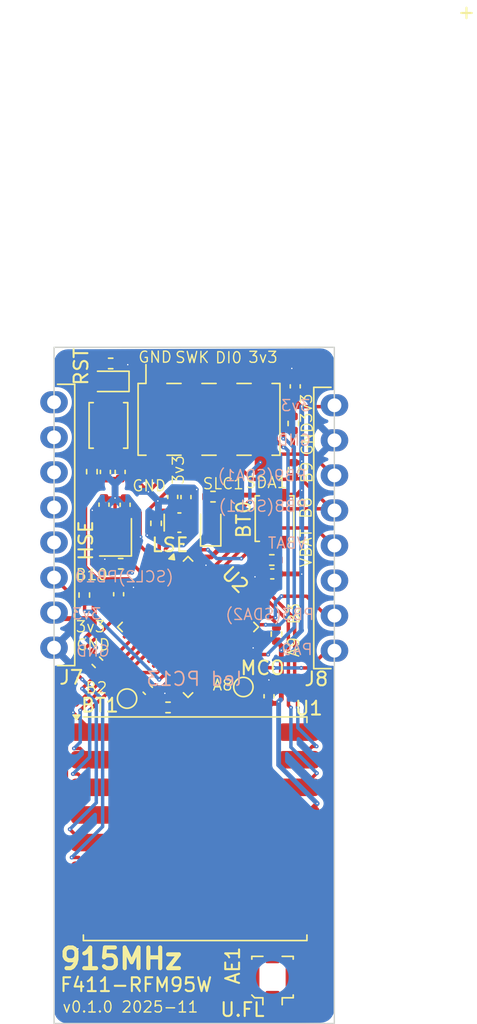
<source format=kicad_pcb>
(kicad_pcb (version 20241229) (generator "pcbnew") (generator_version "9.0")
  (title_block (date "2023-06-04"))
  (layers (0 "F.Cu" signal) (2 "B.Cu" signal) (13 "F.Paste" user) (15 "B.Paste" user) (5 "F.SilkS" user "F.Silkscreen") (7 "B.SilkS" user "B.Silkscreen") (1 "F.Mask" user) (3 "B.Mask" user) (25 "Edge.Cuts" user))
  (net 0 "")
  (net 1 "+3V3")
  (net 2 "GND")
  (net 3 "MOSI")
  (net 4 "RESET")
  (net 5 "NSS")
  (net 6 "SCK")
  (net 7 "MISO")
  (net 8 "Net-(AE1-A)")
  (net 9 "Net-(U2-NRST)")
  (net 10 "Net-(U2-VCAP1)")
  (net 11 "Net-(U2-VDDA{slash}VREF+)")
  (net 12 "Net-(C9-Pad2)")
  (net 13 "Net-(C11-Pad2)")
  (net 14 "Net-(D1-K)")
  (net 15 "Net-(D2-K)")
  (net 16 "Net-(D2-A)")
  (net 17 "DIO1")
  (net 18 "DIO0")
  (net 19 "GND_ANT")
  (net 20 "Net-(U2-BOOT0)")
  (net 21 "Net-(U2-PB2)")
  (net 22 "GND_HSE")
  (net 23 "Net-(U2-PA8)")
  (net 24 "PH0_OSC_IN")
  (net 25 "PC14_OSC32_IN")
  (net 26 "GND_LSE")
  (net 29 "VBAT")
  (net 34 "/f411/SWDIO")
  (net 35 "SDA1")
  (net 36 "SCL1")
  (net 37 "/f411/SWCLK")
  (net 40 "SCL2")
  (net 41 "PC15_OSC32_OUT")
  (net 42 "PH1_OSC_OUT")
  (net 43 "SDA2")
  (net 44 "PA9")
  (footprint "ProjectLib:R_0402_1005Metric" (layer "F.Cu") (at 66.96 55.12 -90)
    (property "Reference" "R9" (hide yes))
    (property "Value" "10k 1%" (hide yes))
  )
  (footprint "ProjectLib:C_0402_1005Metric" (layer "F.Cu") (at 53.318657 55.280389 90)
    (property "Reference" "C5" (hide yes))
    (property "Value" "100nF" (hide yes))
  )
  (footprint "ProjectLib:U.FL_Molex_MCRF_73412-0110_Vertical" (layer "F.Cu") (at 65.431019 91.876138 180)
    (property "Reference" "AE1")
    (property "Value" "U.FL")
  )
  (footprint "ProjectLib:R_0402_1005Metric" (layer "F.Cu") (at 66.94 51.77 -90)
    (property "Reference" "R10" (hide yes))
    (property "Value" "10k 1%" (hide yes))
  )
  (footprint "ProjectLib:C_0402_1005Metric" (layer "F.Cu") (at 56.388657 71.060389 -45)
    (property "Reference" "C6" (hide yes))
    (property "Value" "4.7µF")
  )
  (footprint "ProjectLib:Crystal_SMD_MicroCrystal_CM9V-T1A-2Pin_1.6x1.0mm" (layer "F.Cu") (at 58.681804 58.952596)
    (property "Reference" "Y1" (hide yes))
    (property "Value" "32.758kHz" (hide yes))
  )
  (footprint "ProjectLib:R_0402_1005Metric" (layer "F.Cu") (at 65.378657 61.660389)
    (property "Reference" "R6" (hide yes))
    (property "Value" "10k 1%" (hide yes))
  )
  (footprint "ProjectLib:R_0402_1005Metric" (layer "F.Cu") (at 52.738657 69.070389 -45)
    (property "Reference" "R3" (hide yes))
    (property "Value" "10k 1%" (hide yes))
  )
  (footprint "ProjectLib:R_0402_1005Metric" (layer "F.Cu") (at 54.428657 61.930389 180)
    (property "Reference" "R12" (hide yes))
    (property "Value" "634  1%" (hide yes))
  )
  (footprint "ProjectLib:R_0402_1005Metric" (layer "F.Cu") (at 61.118657 57.070389 180)
    (property "Reference" "R5" (hide yes))
    (property "Value" "280 1%" (hide yes))
  )
  (footprint "ProjectLib:C_0402_1005Metric" (layer "F.Cu") (at 65.178657 71.530389 90)
    (property "Reference" "C3" (hide yes))
    (property "Value" "100nF" (hide yes))
  )
  (footprint "ProjectLib:C_0402_1005Metric" (layer "F.Cu") (at 59.158657 57.100389 -90)
    (property "Reference" "C8" (hide yes))
    (property "Value" "4pF C0G, NP0, +/- 0.1pF" (hide yes))
  )
  (footprint "ProjectLib:R_0402_1005Metric" (layer "F.Cu") (at 52.338657 55.260389 -90)
    (property "Reference" "R7" (hide yes))
    (property "Value" "10k 1%" (hide yes))
  )
  (footprint "ProjectLib:C_0402_1005Metric" (layer "F.Cu") (at 54.388657 55.280389 -90)
    (property "Reference" "C1" (hide yes))
    (property "Value" "1µF" (hide yes))
  )
  (footprint "ProjectLib:castellated_1x08_P2.54mm" (layer "F.Cu") (at 49.596157 59.120389 90)
    (property "Reference" "J7")
    (property "Value" "castellated_1x08_P2.54")
  )
  (footprint "ProjectLib:C_0402_1005Metric" (layer "F.Cu") (at 54.748657 57.660389 -90)
    (property "Reference" "C10" (hide yes))
    (property "Value" "10pF C0G, NP0, +/- 0.1pF" (hide yes))
  )
  (footprint "ProjectLib:HOPERF_RFM9XW_SMD" (layer "F.Cu") (at 59.823657 81.130389)
    (property "Reference" "U1")
    (property "Value" "RFM95W-915S2")
  )
  (footprint "ProjectLib:C_0402_1005Metric" (layer "F.Cu") (at 58.198657 57.090389 -90)
    (property "Reference" "C9" (hide yes))
    (property "Value" "4pF C0G, NP0, +/- 0.1pF" (hide yes))
  )
  (footprint "ProjectLib:QFN-48-1EP_7x7mm_P0.5mm_EP5.6x5.6mm" (layer "F.Cu") (at 59.308708 66.51049 -45)
    (property "Reference" "U2")
    (property "Value" "STM32F411CEU6")
  )
  (footprint "ProjectLib:R_0402_1005Metric" (layer "F.Cu") (at 56.991818 59.002095 90)
    (property "Reference" "R11" (hide yes))
    (property "Value" "0" (hide yes))
  )
  (footprint "ProjectLib:TestPoint_Pad_D1.0mm" (layer "F.Cu") (at 63.318657 70.860389)
    (property "Reference" "TP2" (hide yes))
    (property "Value" "MCO" (hide yes))
  )
  (footprint "ProjectLib:Crystal_SMD_2016-4Pin_2.0x1.6mm" (layer "F.Cu") (at 54.054605 60.018761 90)
    (property "Reference" "Y2" (hide yes))
    (property "Value" "25MHz")
  )
  (footprint "ProjectLib:PinSocket_2x04_P2.54mm_Vertical_SMD" (layer "F.Cu") (at 60.828657 51.470389 90)
    (property "Reference" "J9" (hide yes))
    (property "Value" "Conn_02x04_Top_Bottom" (hide yes))
  )
  (footprint "ProjectLib:C_0402_1005Metric" (layer "F.Cu") (at 65.41 62.67 180)
    (property "Reference" "C4" (hide yes))
    (property "Value" "100nF" (hide yes))
  )
  (footprint "ProjectLib:R_0402_1005Metric" (layer "F.Cu") (at 53.700821 47.42103)
    (property "Reference" "R4" (hide yes))
    (property "Value" "715 1%" (hide yes))
  )
  (footprint "ProjectLib:LED_0603_1608Metric" (layer "F.Cu") (at 53.548657 48.720389 180)
    (property "Reference" "D1" (hide yes))
    (property "Value" "red 2ma 1.8Vf" (hide yes))
  )
  (footprint "ProjectLib:LED_0603_1608Metric" (layer "F.Cu") (at 60.948657 59.157889 90)
    (property "Reference" "D2" (hide yes))
    (property "Value" "blue 2ma 2.65Vf" (hide yes))
  )
  (footprint "ProjectLib:R_0402_1005Metric" (layer "F.Cu") (at 57.858657 72.340389)
    (property "Reference" "R8" (hide yes))
    (property "Value" "10k 1%" (hide yes))
  )
  (footprint "ProjectLib:L_0402_1005Metric" (layer "F.Cu") (at 53.258657 64.180389 90)
    (property "Reference" "L1" (hide yes))
    (property "Value" "2.2uH" (hide yes))
  )
  (footprint "ProjectLib:castellated_1x08_P2.54mm" (layer "F.Cu") (at 69.92 59.34 -90)
    (property "Reference" "J8")
    (property "Value" "castellated_1x08_P2.54")
  )
  (footprint "ProjectLib:R_0402_1005Metric" (layer "F.Cu") (at 51.79 64.2 -90)
    (property "Reference" "R1" (hide yes))
    (property "Value" "10k 1%" (hide yes))
  )
  (footprint "ProjectLib:SW_SPST_B3U-1000P" (layer "F.Cu") (at 65.578657 58.660389 -90)
    (property "Reference" "SW1" (hide yes))
    (property "Value" "SW_Push" (hide yes))
  )
  (footprint "ProjectLib:C_0402_1005Metric" (layer "F.Cu") (at 53.218657 57.650389 -90)
    (property "Reference" "C11" (hide yes))
    (property "Value" "10pF C0G, NP0, +/- 0.1pF" (hide yes))
  )
  (footprint "ProjectLib:C_0402_1005Metric" (layer "F.Cu") (at 54.278657 64.140389 90)
    (property "Reference" "C7" (hide yes))
    (property "Value" "100nF" (hide yes))
  )
  (footprint "ProjectLib:R_0402_1005Metric" (layer "F.Cu") (at 65.718657 67.030389 -90)
    (property "Reference" "R2" (hide yes))
    (property "Value" "10k 1%" (hide yes))
  )
  (footprint "ProjectLib:C_0402_1005Metric" (layer "F.Cu") (at 67.078657 49.080389 90)
    (property "Reference" "C2" (hide yes))
    (property "Value" "100nF" (hide yes))
  )
  (footprint "ProjectLib:SW_SPST_B3U-1000P" (layer "F.Cu") (at 53.538657 51.910389 -90)
    (property "Reference" "SW2" (hide yes))
    (property "Value" "SW_Push" (hide yes))
  )
  (footprint "ProjectLib:TestPoint_Pad_D1.0mm" (layer "F.Cu") (at 54.888657 71.700389)
    (property "Reference" "TP1" (hide yes))
    (property "Value" "BT1  b2" (hide yes))
  )
  (footprint "ProjectLib:NetTie-2_SMD_Pad0.5mm" (layer "B.Cu") (at 56.808657 57.040389 -45)
    (property "Reference" "NT1" (hide yes))
    (property "Value" "NetTie_2" (hide yes))
  )
  (footprint "ProjectLib:NetTie-2_SMD_Pad0.5mm" (layer "B.Cu") (at 54.018657 56.670389 -90)
    (property "Reference" "NT2" (hide yes))
    (property "Value" "NetTie_2" (hide yes))
  )
  (gr_rect (start 49.598657 46.250389) (end 69.908657 95.240389) (stroke (width 0.1)) (fill no) (layer "Edge.Cuts"))
  (gr_text "A8" (at 61.028657 71.180389 0) (layer "F.SilkS") (effects (font (size 0.8 0.8) (thickness 0.1)) (justify left bottom)))
  (gr_text "B8" (at 68.33 58.73 90) (layer "F.SilkS") (effects (font (size 0.8 0.8) (thickness 0.1)) (justify left bottom)))
  (gr_text "3v3" (at 51.108657 66.960389 0) (layer "F.SilkS") (effects (font (size 0.8 0.8) (thickness 0.1)) (justify left bottom)))
  (gr_text "915MHz" (at 49.878657 91.430389 0) (layer "F.SilkS") (effects (font (size 1.5 1.5) (thickness 0.3) (bold yes)) (justify left bottom)))
  (gr_text "VBAT" (at 68.34 62.25 90) (layer "F.SilkS") (effects (font (size 0.8 0.8) (thickness 0.1)) (justify left bottom)))
  (gr_text "v0.1.0 2025-11" (at 50.15 94.51 0) (layer "F.SilkS") (effects (font (size 0.8 0.8) (thickness 0.1)) (justify left bottom)))
  (gr_text "B9" (at 68.39 56.16 90) (layer "F.SilkS") (effects (font (size 0.8 0.8) (thickness 0.1)) (justify left bottom)))
  (gr_text "B3" (at 67.46 66.39 90) (layer "F.SilkS") (effects (font (size 0.8 0.8) (thickness 0.1)) (justify left bottom)))
  (gr_text "F411-RFM95W" (at 49.948657 93.020389 0) (layer "F.SilkS") (effects (font (size 1 1)) (justify left bottom)))
  (gr_text "GND" (at 51.148657 68.270389 0) (layer "F.SilkS") (effects (font (size 0.8 0.8) (thickness 0.1)) (justify left bottom)))
  (gr_text "GND" (at 68.41 54.17 90) (layer "F.SilkS") (effects (font (size 0.8 0.8) (thickness 0.1)) (justify left bottom)))
  (gr_text "DI0" (at 61.208657 47.470389 0) (layer "F.SilkS") (effects (font (size 0.8 0.8) (thickness 0.1)) (justify left bottom)))
  (gr_text "3v3" (at 59.068657 56.270389 90) (layer "F.SilkS") (effects (font (size 0.8 0.8) (thickness 0.1)) (justify left bottom)))
  (gr_text "3v3" (at 68.36 51.8 90) (layer "F.SilkS") (effects (font (size 0.8 0.8) (thickness 0.1)) (justify left bottom)))
  (gr_text "SLC1" (at 60.308657 56.600389 0) (layer "F.SilkS") (effects (font (size 0.8 0.8) (thickness 0.1)) (justify left bottom)))
  (gr_text "A9" (at 67.43 68.76 90) (layer "F.SilkS") (effects (font (size 0.8 0.8) (thickness 0.1)) (justify left bottom)))
  (gr_text "3v3" (at 63.608657 47.440389 0) (layer "F.SilkS") (effects (font (size 0.8 0.8) (thickness 0.1)) (justify left bottom)))
  (gr_text "GND" (at 55.208657 56.750389 0) (layer "F.SilkS") (effects (font (size 0.8 0.8) (thickness 0.1)) (justify left bottom)))
  (gr_text "B10" (at 51.098657 63.190389 0) (layer "F.SilkS") (effects (font (size 0.8 0.8) (thickness 0.1)) (justify left bottom)))
  (gr_text "+" (at 78.77 22.54 0) (layer "F.SilkS") (effects (font (size 1 1)) (justify left bottom)))
  (gr_text "SDA1" (at 63.427232 56.514068 0) (layer "F.SilkS") (effects (font (size 0.8 0.8) (thickness 0.1)) (justify left bottom)))
  (gr_text "SWK" (at 58.308657 47.450389 0) (layer "F.SilkS") (effects (font (size 0.8 0.8) (thickness 0.1)) (justify left bottom)))
  (gr_text "GND" (at 55.638657 47.430389 0) (layer "F.SilkS") (effects (font (size 0.8 0.8) (thickness 0.1)) (justify left bottom)))
  (gr_text "3v3" (at 68.23 50.94 0) (layer "B.SilkS") (effects (font (size 0.8 0.8) (thickness 0.1)) (justify left bottom mirror)))
  (gr_text "GND" (at 68.28 53.44 0) (layer "B.SilkS") (effects (font (size 0.8 0.8) (thickness 0.1)) (justify left bottom mirror)))
  (gr_text "GND" (at 53.7 68.72 0) (layer "B.SilkS") (effects (font (size 0.8 0.8) (thickness 0.1)) (justify left bottom mirror)))
  (gr_text "PA9" (at 68.4 68.61 0) (layer "B.SilkS") (effects (font (size 0.8 0.8) (thickness 0.1)) (justify left bottom mirror)))
  (gr_text "(SCL2)PB10" (at 58.33 63.34 0) (layer "B.SilkS") (effects (font (size 0.8 0.8) (thickness 0.1)) (justify left bottom mirror)))
  (gr_text "PB8(SCL1)" (at 67.99 58.23 0) (layer "B.SilkS") (effects (font (size 0.8 0.8) (thickness 0.1)) (justify left bottom mirror)))
  (gr_text "PB9(SDA1)" (at 67.96 56.01 0) (layer "B.SilkS") (effects (font (size 0.8 0.8) (thickness 0.1)) (justify left bottom mirror)))
  (gr_text "PB3(SDA2)" (at 68.52 66.07 0) (layer "B.SilkS") (effects (font (size 0.8 0.8) (thickness 0.1)) (justify left bottom mirror)))
  (gr_text "3v3" (at 53.08 66.03 0) (layer "B.SilkS") (effects (font (size 0.8 0.8) (thickness 0.1)) (justify left bottom mirror)))
  (gr_text "VBAT" (at 67.94 60.9 0) (layer "B.SilkS") (effects (font (size 0.8 0.8) (thickness 0.1)) (justify left bottom mirror)))
  (gr_text "led PC13" (at 63.318657 70.860389 0) (layer "B.SilkS") (effects (font (size 1 1)) (justify left bottom mirror)))
  (segment (start 60.489189 61.440922) (end 60.489189 61.440921) (width 0.25) (layer "F.Cu") (net 1))
  (segment (start 51.925603 54.75039) (end 51.375604 55.300389) (width 0.35) (layer "F.Cu") (net 1))
  (segment (start 52.312657 49.168889) (end 52.312657 51.036389) (width 0.35) (layer "F.Cu") (net 1))
  (segment (start 61.628657 57.070389) (end 61.628657 56.060389) (width 0.35) (layer "F.Cu") (net 1))
  (segment (start 52.761157 48.720389) (end 52.312657 49.168889) (width 0.35) (layer "F.Cu") (net 1))
  (segment (start 62.651157 59.778421) (end 62.651157 56.347889) (width 0.35) (layer "F.Cu") (net 1))
  (segment (start 62.651157 56.347889) (end 63.263657 56.960389) (width 0.35) (layer "F.Cu") (net 1))
  (segment (start 52.338657 54.404794) (end 52.338657 54.75039) (width 0.35) (layer "F.Cu") (net 1))
  (segment (start 59.498657 72.010389) (end 58.822572 71.334304) (width 0.35) (layer "F.Cu") (net 1))
  (segment (start 53.258657 63.695389) (end 52.553657 63.695389) (width 0.35) (layer "F.Cu") (net 1))
  (segment (start 51.375604 62.530389) (end 51.375604 55.300389) (width 0.35) (layer "F.Cu") (net 1))
  (segment (start 67.437183 54.61) (end 67.547183 54.5) (width 0.35) (layer "F.Cu") (net 1))
  (segment (start 52.378033 68.709765) (end 52.378033 68.249535) (width 0.35) (layer "F.Cu") (net 1))
  (segment (start 67.547183 50.550389) (end 68.969611 50.550389) (width 0.25) (layer "F.Cu") (net 1))
  (segment (start 51.885604 63.040389) (end 51.375604 62.530389) (width 0.35) (layer "F.Cu") (net 1))
  (segment (start 59.498657 72.046389) (end 59.498657 72.010389) (width 0.35) (layer "F.Cu") (net 1))
  (segment (start 52.515595 66.687327) (end 52.515595 65.91) (width 0.35) (layer "F.Cu") (net 1))
  (segment (start 52.498657 65.503451) (end 52.515595 65.520389) (width 0.35) (layer "F.Cu") (net 1))
  (segment (start 66.94 51.26) (end 66.94 50.570389) (width 0.35) (layer "F.Cu") (net 1))
  (segment (start 51.895595 67.307327) (end 52.515595 66.687327) (width 0.35) (layer "F.Cu") (net 1))
  (segment (start 66.94 50.570389) (end 66.92 50.550389) (width 0.35) (layer "F.Cu") (net 1))
  (segment (start 55.358657 51.634389) (end 55.358657 53.830389) (width 0.35) (layer "F.Cu") (net 1))
  (segment (start 65.89 62.67) (end 67.537183 62.67) (width 0.35) (layer "F.Cu") (net 1))
  (segment (start 50.031768 65.906) (end 52.511595 65.906) (width 0.35) (layer "F.Cu") (net 1))
  (segment (start 66.068657 71.738389) (end 65.874657 71.932389) (width 0.35) (layer "F.Cu") (net 1))
  (segment (start 51.81 63.68) (end 51.81 63.6) (width 0.35) (layer "F.Cu") (net 1))
  (segment (start 55.358657 51.634389) (end 57.937657 51.634389) (width 0.35) (layer "F.Cu") (net 1))
  (segment (start 51.898657 63.040389) (end 51.885604 63.040389) (width 0.35) (layer "F.Cu") (net 1))
  (segment (start 49.774657 65.470389) (end 49.774657 65.648889) (width 0.35) (layer "F.Cu") (net 1))
  (segment (start 65.874657 71.932389) (end 65.760657 72.046389) (width 0.35) (layer "F.Cu") (net 1))
  (segment (start 64.638657 49.170389) (end 66.018657 50.550389) (width 0.35) (layer "F.Cu") (net 1))
  (segment (start 67.078657 50.081863) (end 67.547183 50.550389) (width 0.25) (layer "F.Cu") (net 1))
  (segment (start 65.760657 72.046389) (end 59.498657 72.046389) (width 0.35) (layer "F.Cu") (net 1))
  (segment (start 55.358657 53.830389) (end 54.388657 54.800389) (width 0.35) (layer "F.Cu") (net 1))
  (segment (start 67.537183 62.67) (end 67.547183 62.68) (width 0.35) (layer "F.Cu") (net 1))
  (segment (start 52.312657 54.378794) (end 52.338657 54.404794) (width 0.35) (layer "F.Cu") (net 1))
  (segment (start 52.515595 65.91) (end 52.515595 65.520389) (width 0.35) (layer "F.Cu") (net 1))
  (segment (start 52.134134 63.275866) (end 52.498657 63.640389) (width 0.35) (layer "F.Cu") (net 1))
  (segment (start 65.578657 56.960389) (end 67.197183 56.960389) (width 0.35) (layer "F.Cu") (net 1))
  (segment (start 52.378033 68.249535) (end 52.612918 68.01465) (width 0.35) (layer "F.Cu") (net 1))
  (segment (start 49.774657 65.648889) (end 50.031768 65.906) (width 0.35) (layer "F.Cu") (net 1))
  (segment (start 52.511595 65.906) (end 52.515595 65.91) (width 0.35) (layer "F.Cu") (net 1))
  (segment (start 63.263657 56.960389) (end 65.578657 56.960389) (width 0.35) (layer "F.Cu") (net 1))
  (segment (start 52.312657 52.232389) (end 52.312657 54.378794) (width 0.35) (layer "F.Cu") (net 1))
  (segment (start 52.553657 63.695389) (end 52.498657 63.640389) (width 0.35) (layer "F.Cu") (net 1))
  (segment (start 52.312657 51.036389) (end 52.910657 51.634389) (width 0.35) (layer "F.Cu") (net 1))
  (segment (start 51.898657 63.040389) (end 52.134134 63.275866) (width 0.35) (layer "F.Cu") (net 1))
  (segment (start 67.078657 49.560389) (end 67.078657 50.081863) (width 0.25) (layer "F.Cu") (net 1))
  (segment (start 65.174894 66.996626) (end 65.718657 67.540389) (width 0.25) (layer "F.Cu") (net 1))
  (segment (start 63.683931 66.996626) (end 65.174894 66.996626) (width 0.25) (layer "F.Cu") (net 1))
  (segment (start 59.794844 62.135267) (end 60.489189 61.440922) (width 0.25) (layer "F.Cu") (net 1))
  (segment (start 66.018657 50.550389) (end 66.92 50.550389) (width 0.35) (layer "F.Cu") (net 1))
  (segment (start 59.558657 53.255389) (end 57.937657 51.634389) (width 0.35) (layer "F.Cu") (net 1))
  (segment (start 61.628657 56.060389) (end 59.558657 53.990389) (width 0.35) (layer "F.Cu") (net 1))
  (segment (start 62.363657 56.060389) (end 61.628657 56.060389) (width 0.35) (layer "F.Cu") (net 1))
  (segment (start 67.197183 56.960389) (end 67.547183 56.610389) (width 0.35) (layer "F.Cu") (net 1))
  (segment (start 66.068657 67.890389) (end 65.718657 67.540389) (width 0.35) (layer "F.Cu") (net 1))
  (segment (start 52.910657 51.634389) (end 52.312657 52.232389) (width 0.35) (layer "F.Cu") (net 1))
  (segment (start 51.81 63.6) (end 52.134134 63.275866) (width 0.35) (layer "F.Cu") (net 1))
  (segment (start 68.969611 50.550389) (end 69.19 50.33) (width 0.25) (layer "F.Cu") (net 1))
  (segment (start 67.744415 80.220389) (end 68.666536 79.298268) (width 0.35) (layer "F.Cu") (net 1))
  (segment (start 66.068657 68.200389) (end 66.068657 71.738389) (width 0.35) (layer "F.Cu") (net 1))
  (segment (start 60.988657 61.440921) (end 60.489189 61.440921) (width 0.35) (layer "F.Cu") (net 1))
  (segment (start 63.263657 56.960389) (end 62.363657 56.060389) (width 0.35) (layer "F.Cu") (net 1))
  (segment (start 66.92 50.550389) (end 67.547183 50.550389) (width 0.35) (layer "F.Cu") (net 1))
  (segment (start 52.338657 54.75039) (end 51.925603 54.75039) (width 0.35) (layer "F.Cu") (net 1))
  (segment (start 66.96 54.61) (end 67.437183 54.61) (width 0.35) (layer "F.Cu") (net 1))
  (segment (start 52.498657 63.640389) (end 52.498657 65.503451) (width 0.35) (layer "F.Cu") (net 1))
  (segment (start 52.910657 51.634389) (end 55.358657 51.634389) (width 0.35) (layer "F.Cu") (net 1))
  (segment (start 60.988657 61.440921) (end 62.651157 59.778421) (width 0.35) (layer "F.Cu") (net 1))
  (segment (start 66.068657 68.200389) (end 66.068657 67.890389) (width 0.35) (layer "F.Cu") (net 1))
  (segment (start 58.822572 71.334304) (end 58.822572 70.885713) (width 0.35) (layer "F.Cu") (net 1))
  (via micro (at 65.874657 71.932389) (size 0.3) (drill 0.1) (layers "F.Cu" "B.Cu") (net 1))
  (via micro (at 67.547183 54.5) (size 0.3) (drill 0.1) (layers "F.Cu" "B.Cu") (net 1))
  (via micro (at 67.547183 50.550389) (size 0.3) (drill 0.1) (layers "F.Cu" "B.Cu") (net 1))
  (via micro (at 67.547183 56.610389) (size 0.3) (drill 0.1) (layers "F.Cu" "B.Cu") (net 1))
  (via micro (at 68.666536 79.298268) (size 0.3) (drill 0.1) (layers "F.Cu" "B.Cu") (net 1))
  (via micro (at 52.608657 68.010389) (size 0.3) (drill 0.1) (layers "F.Cu" "B.Cu") (net 1))
  (via micro (at 51.895595 67.307327) (size 0.3) (drill 0.1) (layers "F.Cu" "B.Cu") (net 1))
  (via micro (at 67.547183 62.68) (size 0.3) (drill 0.1) (layers "F.Cu" "B.Cu") (net 1))
  (via micro (at 66.068657 68.200389) (size 0.3) (drill 0.1) (layers "F.Cu" "B.Cu") (net 1))
  (segment (start 67.547183 50.550389) (end 67.547183 52.090389) (width 0.35) (layer "B.Cu") (net 1))
  (segment (start 67.547183 56.610389) (end 67.547183 61.940389) (width 0.35) (layer "B.Cu") (net 1))
  (segment (start 65.874657 76.506389) (end 68.666536 79.298268) (width 0.35) (layer "B.Cu") (net 1))
  (segment (start 67.505657 65.521915) (end 67.505657 66.730389) (width 0.35) (layer "B.Cu") (net 1))
  (segment (start 65.874657 71.932389) (end 65.874657 76.506389) (width 0.35) (layer "B.Cu") (net 1))
  (segment (start 66.016657 71.790389) (end 65.874657 71.932389) (width 0.35) (layer "B.Cu") (net 1))
  (segment (start 52.608657 68.010389) (end 52.598657 68.010389) (width 0.35) (layer "B.Cu") (net 1))
  (segment (start 67.547183 54.760389) (end 67.547183 56.610389) (width 0.35) (layer "B.Cu") (net 1))
  (segment (start 67.505657 66.730389) (end 67.535657 66.760389) (width 0.35) (layer "B.Cu") (net 1))
  (segment (start 66.095657 68.200389) (end 67.535657 66.760389) (width 0.35) (layer "B.Cu") (net 1))
  (segment (start 67.547183 52.090389) (end 67.547183 54.180389) (width 0.35) (layer "B.Cu") (net 1))
  (segment (start 67.547183 54.180389) (end 67.547183 54.5) (width 0.35) (layer "B.Cu") (net 1))
  (segment (start 67.547183 62.68) (end 67.547183 65.480389) (width 0.35) (layer "B.Cu") (net 1))
  (segment (start 67.547183 54.5) (end 67.547183 54.760389) (width 0.35) (layer "B.Cu") (net 1))
  (segment (start 67.547183 61.940389) (end 67.547183 62.68) (width 0.35) (layer "B.Cu") (net 1))
  (segment (start 66.068657 68.200389) (end 66.095657 68.200389) (width 0.35) (layer "B.Cu") (net 1))
  (segment (start 52.598657 68.010389) (end 51.895595 67.307327) (width 0.35) (layer "B.Cu") (net 1))
  (segment (start 67.547183 65.480389) (end 67.505657 65.521915) (width 0.35) (layer "B.Cu") (net 1))
  (segment (start 63.348447 67.350179) (end 64.028657 68.030389) (width 0.25) (layer "F.Cu") (net 2))
  (segment (start 57.628657 71.320389) (end 56.608657 71.320389) (width 0.25) (layer "F.Cu") (net 2))
  (segment (start 65.178657 70.360389) (end 65.168657 70.350389) (width 0.25) (layer "F.Cu") (net 2))
  (segment (start 57.628657 71.320389) (end 57.628657 71.600389) (width 0.25) (layer "F.Cu") (net 2))
  (segment (start 54.188657 47.510389) (end 54.938657 47.510389) (width 0.25) (layer "F.Cu") (net 2))
  (segment (start 63.330378 67.350179) (end 62.490689 66.51049) (width 0.25) (layer "F.Cu") (net 2))
  (segment (start 52.298657 88.130389) (end 52.298657 88.860389) (width 0.25) (layer "F.Cu") (net 2))
  (segment (start 54.668657 55.740389) (end 54.688657 55.760389) (width 0.25) (layer "F.Cu") (net 2))
  (segment (start 52.298657 74.130389) (end 52.298657 74.031389) (width 0.25) (layer "F.Cu") (net 2))
  (segment (start 57.018657 56.140389) (end 56.438657 56.720389) (width 0.25) (layer "F.Cu") (net 2))
  (segment (start 53.538657 50.210389) (end 55.758657 50.210389) (width 0.25) (layer "F.Cu") (net 2))
  (segment (start 52.298657 88.860389) (end 51.328657 89.830389) (width 0.25) (layer "F.Cu") (net 2))
  (segment (start 67.078657 48.030389) (end 66.828657 47.780389) (width 0.25) (layer "F.Cu") (net 2))
  (segment (start 56.347698 64.610141) (end 55.568301 63.830745) (width 0.25) (layer "F.Cu") (net 2))
  (segment (start 55.758657 50.210389) (end 57.018657 48.950389) (width 0.25) (layer "F.Cu") (net 2))
  (segment (start 54.938657 47.510389) (end 55.578657 47.510389) (width 0.25) (layer "F.Cu") (net 2))
  (segment (start 65.178657 71.050389) (end 65.178657 70.360389) (width 0.25) (layer "F.Cu") (net 2))
  (segment (start 58.469019 70.53216) (end 58.416886 70.53216) (width 0.25) (layer "F.Cu") (net 2))
  (segment (start 64.370798 62.67) (end 64.160399 62.880399) (width 0.25) (layer "F.Cu") (net 2))
  (segment (start 55.354648 63.641091) (end 54.297955 63.641091) (width 0.25) (layer "F.Cu") (net 2))
  (segment (start 64.93 62.67) (end 64.370798 62.67) (width 0.25) (layer "F.Cu") (net 2))
  (segment (start 57.628657 71.600389) (end 58.368657 72.340389) (width 0.25) (layer "F.Cu") (net 2))
  (segment (start 60.556828 62.080389) (end 60.148397 62.48882) (width 0.25) (layer "F.Cu") (net 2))
  (segment (start 55.378647 63.641091) (end 55.354648 63.641091) (width 0.25) (layer "F.Cu") (net 2))
  (segment (start 57.018657 53.990389) (end 57.018657 56.140389) (width 0.25) (layer "F.Cu") (net 2))
  (segment (start 67.078657 48.600389) (end 67.078657 48.030389) (width 0.25) (layer "F.Cu") (net 2))
  (segment (start 65.888657 61.660389) (end 64.93 62.619046) (width 0.25) (layer "F.Cu") (net 2))
  (segment (start 64.93 62.619046) (end 64.93 62.67) (width 0.25) (layer "F.Cu") (net 2))
  (segment (start 54.818657 55.760389) (end 53.318657 55.760389) (width 0.25) (layer "F.Cu") (net 2))
  (segment (start 56.347698 64.610141) (end 58.248047 66.51049) (width 0.25) (layer "F.Cu") (net 2))
  (segment (start 54.688657 55.760389) (end 54.818657 55.760389) (width 0.25) (layer "F.Cu") (net 2))
  (segment (start 60.608657 62.080389) (end 60.556828 62.080389) (width 0.25) (layer "F.Cu") (net 2))
  (segment (start 54.818657 55.760389) (end 55.478657 55.760389) (width 0.25) (layer "F.Cu") (net 2))
  (segment (start 55.568301 63.830745) (end 55.354648 63.617091) (width 0.25) (layer "F.Cu") (net 2))
  (segment (start 58.416886 70.53216) (end 57.628657 71.320389) (width 0.25) (layer "F.Cu") (net 2))
  (segment (start 63.330378 67.350179) (end 63.348447 67.350179) (width 0.25) (layer "F.Cu") (net 2))
  (segment (start 52.298657 74.031389) (end 50.967657 72.700389) (width 0.25) (layer "F.Cu") (net 2))
  (segment (start 55.478657 55.760389) (end 56.438657 56.720389) (width 0.25) (layer "F.Cu") (net 2))
  (segment (start 55.568301 63.830745) (end 55.378647 63.641091) (width 0.25) (layer "F.Cu") (net 2))
  (segment (start 55.578657 47.510389) (end 57.018657 48.950389) (width 0.25) (layer "F.Cu") (net 2))
  (segment (start 58.469019 70.53216) (end 59.308708 69.692471) (width 0.25) (layer "F.Cu") (net 2))
  (via micro (at 65.168657 70.350389) (size 0.3) (drill 0.1) (layers "F.Cu" "B.Cu") (net 2))
  (via micro (at 55.354648 63.641091) (size 0.3) (drill 0.1) (layers "F.Cu" "B.Cu") (net 2))
  (via micro (at 60.608657 62.040389) (size 0.3) (drill 0.1) (layers "F.Cu" "B.Cu") (net 2))
  (via micro (at 57.628657 71.320389) (size 0.3) (drill 0.1) (layers "F.Cu" "B.Cu") (net 2))
  (via micro (at 51.328657 89.830389) (size 0.3) (drill 0.1) (layers "F.Cu" "B.Cu") (net 2))
  (via micro (at 64.028657 68.030389) (size 0.3) (drill 0.1) (layers "F.Cu" "B.Cu") (net 2))
  (via micro (at 66.828657 47.780389) (size 0.3) (drill 0.1) (layers "F.Cu" "B.Cu") (net 2))
  (via micro (at 54.938657 47.510389) (size 0.3) (drill 0.1) (layers "F.Cu" "B.Cu") (net 2))
  (via micro (at 56.438657 56.720389) (size 0.3) (drill 0.1) (layers "F.Cu" "B.Cu") (net 2))
  (via micro (at 64.160399 62.880399) (size 0.3) (drill 0.1) (layers "F.Cu" "B.Cu") (net 2))
  (via micro (at 50.967657 72.700389) (size 0.3) (drill 0.1) (layers "F.Cu" "B.Cu") (net 2))
  (segment (start 66.828657 47.780389) (end 66.858657 47.810389) (width 0.25) (layer "B.Cu") (net 2))
  (segment (start 52.888403 71.870135) (end 56.347698 68.410839) (width 0.25) (layer "F.Cu") (net 3))
  (segment (start 51.328657 77.160389) (end 52.298657 78.130389) (width 0.25) (layer "F.Cu") (net 3))
  (segment (start 50.968657 77.160389) (end 51.328657 77.160389) (width 0.25) (layer "F.Cu") (net 3))
  (segment (start 52.888403 71.870135) (end 52.853049 71.870135) (width 0.25) (layer "F.Cu") (net 3))
  (segment (start 52.853049 71.870135) (end 52.180726 72.542458) (width 0.25) (layer "F.Cu") (net 3))
  (via micro (at 50.968657 77.160389) (size 0.3) (drill 0.1) (layers "F.Cu" "B.Cu") (net 3))
  (via micro (at 52.180726 72.542458) (size 0.3) (drill 0.1) (layers "F.Cu" "B.Cu") (net 3))
  (segment (start 52.180726 75.94832) (end 50.968657 77.160389) (width 0.25) (layer "B.Cu") (net 3))
  (segment (start 52.180726 72.542458) (end 52.180726 75.94832) (width 0.25) (layer "B.Cu") (net 3))
  (segment (start 54.915057 65.32527) (end 54.552817 65.32527) (width 0.25) (layer "F.Cu") (net 4))
  (segment (start 51.361918 69.940389) (end 51.361918 68.55713) (width 0.25) (layer "F.Cu") (net 4))
  (segment (start 51.378657 83.210389) (end 52.298657 84.130389) (width 0.25) (layer "F.Cu") (net 4))
  (segment (start 53.016595 66.861492) (end 53.016595 66.902453) (width 0.25) (layer "F.Cu") (net 4))
  (segment (start 50.878657 83.210389) (end 51.378657 83.210389) (width 0.25) (layer "F.Cu") (net 4))
  (segment (start 53.016595 66.902453) (end 51.361918 68.55713) (width 0.25) (layer "F.Cu") (net 4))
  (segment (start 51.361918 69.940389) (end 51.361918 70.025325) (width 0.25) (layer "F.Cu") (net 4))
  (segment (start 55.294292 65.704505) (end 54.915057 65.32527) (width 0.25) (layer "F.Cu") (net 4))
  (segment (start 54.552817 65.32527) (end 53.016595 66.861492) (width 0.25) (layer "F.Cu") (net 4))
  (segment (start 51.361918 70.025325) (end 51.645561 70.308968) (width 0.25) (layer "F.Cu") (net 4))
  (via micro (at 51.645561 70.308968) (size 0.3) (drill 0.1) (layers "F.Cu" "B.Cu") (net 4))
  (via micro (at 50.878657 83.210389) (size 0.3) (drill 0.1) (layers "F.Cu" "B.Cu") (net 4))
  (segment (start 53.118657 71.782064) (end 53.118657 80.970389) (width 0.25) (layer "B.Cu") (net 4))
  (segment (start 53.118657 80.970389) (end 50.878657 83.210389) (width 0.25) (layer "B.Cu") (net 4))
  (segment (start 51.645561 70.308968) (end 53.118657 71.782064) (width 0.25) (layer "B.Cu") (net 4))
  (segment (start 55.287038 67.350179) (end 51.946828 70.690389) (width 0.25) (layer "F.Cu") (net 5))
  (segment (start 51.703657 82.130389) (end 52.298657 82.130389) (width 0.25) (layer "F.Cu") (net 5))
  (segment (start 50.741157 81.167889) (end 51.703657 82.130389) (width 0.25) (layer "F.Cu") (net 5))
  (segment (start 51.928657 70.690389) (end 51.638657 70.980389) (width 0.25) (layer "F.Cu") (net 5))
  (segment (start 51.946828 70.690389) (end 51.928657 70.690389) (width 0.25) (layer "F.Cu") (net 5))
  (via micro (at 50.741157 81.167889) (size 0.3) (drill 0.1) (layers "F.Cu" "B.Cu") (net 5))
  (via micro (at 51.638657 70.980389) (size 0.3) (drill 0.1) (layers "F.Cu" "B.Cu") (net 5))
  (segment (start 52.616726 71.96232) (end 52.598657 71.980389) (width 0.25) (layer "B.Cu") (net 5))
  (segment (start 52.598657 71.980389) (end 52.658657 72.040389) (width 0.25) (layer "B.Cu") (net 5))
  (segment (start 52.658657 79.250389) (end 50.741157 81.167889) (width 0.25) (layer "B.Cu") (net 5))
  (segment (start 52.616726 71.958458) (end 52.616726 71.96232) (width 0.25) (layer "B.Cu") (net 5))
  (segment (start 52.658657 72.040389) (end 52.658657 79.250389) (width 0.25) (layer "B.Cu") (net 5))
  (segment (start 51.638657 70.980389) (end 52.616726 71.958458) (width 0.25) (layer "B.Cu") (net 5))
  (segment (start 50.492657 79.799389) (end 50.823657 80.130389) (width 0.25) (layer "F.Cu") (net 6))
  (segment (start 50.823657 80.130389) (end 52.298657 80.130389) (width 0.25) (layer "F.Cu") (net 6))
  (segment (start 52.08349 71.292389) (end 51.217073 72.158806) (width 0.25) (layer "F.Cu") (net 6))
  (segment (start 52.121232 71.292389) (end 52.08349 71.292389) (width 0.25) (layer "F.Cu") (net 6))
  (segment (start 55.640592 67.703733) (end 55.640592 67.773029) (width 0.25) (layer "F.Cu") (net 6))
  (segment (start 51.217073 72.158806) (end 50.836074 72.158806) (width 0.25) (layer "F.Cu") (net 6))
  (segment (start 50.836074 72.158806) (end 50.492657 72.502223) (width 0.25) (layer "F.Cu") (net 6))
  (segment (start 50.492657 72.502223) (end 50.492657 79.799389) (width 0.25) (layer "F.Cu") (net 6))
  (segment (start 55.640592 67.773029) (end 52.121232 71.292389) (width 0.25) (layer "F.Cu") (net 6))
  (segment (start 55.994145 68.057286) (end 52.308042 71.743389) (width 0.25) (layer "F.Cu") (net 7))
  (segment (start 51.477061 72.571984) (end 51.494033 72.555012) (width 0.25) (layer "F.Cu") (net 7))
  (segment (start 52.308042 71.743389) (end 51.478254 72.573177) (width 0.25) (layer "F.Cu") (net 7))
  (segment (start 51.048657 75.310389) (end 51.478657 75.310389) (width 0.25) (layer "F.Cu") (net 7))
  (segment (start 51.478254 72.573177) (end 51.477061 72.571984) (width 0.25) (layer "F.Cu") (net 7))
  (segment (start 51.478657 75.310389) (end 52.298657 76.130389) (width 0.25) (layer "F.Cu") (net 7))
  (via micro (at 51.494033 72.555012) (size 0.3) (drill 0.1) (layers "F.Cu" "B.Cu") (net 7))
  (via micro (at 51.048657 75.310389) (size 0.3) (drill 0.1) (layers "F.Cu" "B.Cu") (net 7))
  (segment (start 51.494033 74.865013) (end 51.048657 75.310389) (width 0.25) (layer "B.Cu") (net 7))
  (segment (start 51.494033 72.555012) (end 51.494033 74.865013) (width 0.25) (layer "B.Cu") (net 7))
  (segment (start 65.431019 90.048027) (end 65.431019 90.376138) (width 0.25) (layer "F.Cu") (net 8))
  (segment (start 67.348657 88.130389) (end 65.431019 90.048027) (width 0.25) (layer "F.Cu") (net 8))
  (segment (start 55.157645 63.162543) (end 55.676504 63.162543) (width 0.25) (layer "F.Cu") (net 9))
  (segment (start 51.876604 62.147122) (end 52.760871 63.031389) (width 0.25) (layer "F.Cu") (net 9))
  (segment (start 53.318657 54.800389) (end 53.318657 53.830389) (width 0.25) (layer "F.Cu") (net 9))
  (segment (start 52.296605 55.770388) (end 51.876604 56.190389) (width 0.25) (layer "F.Cu") (net 9))
  (segment (start 56.701252 64.256587) (end 55.610756 63.166091) (width 0.25) (layer "F.Cu") (net 9))
  (segment (start 51.876604 62.147122) (end 51.876604 56.190389) (width 0.25) (layer "F.Cu") (net 9))
  (segment (start 55.026491 63.031389) (end 55.157645 63.162543) (width 0.25) (layer "F.Cu") (net 9))
  (segment (start 53.305753 54.800389) (end 52.338657 55.767485) (width 0.25) (layer "F.Cu") (net 9))
  (segment (start 52.760871 63.031389) (end 55.026491 63.031389) (width 0.25) (layer "F.Cu") (net 9))
  (segment (start 57.097097 70.869389) (end 56.939561 70.711853) (width 0.25) (layer "F.Cu") (net 10))
  (segment (start 57.424682 70.869389) (end 57.097097 70.869389) (width 0.25) (layer "F.Cu") (net 10))
  (segment (start 56.939561 70.711853) (end 56.058371 70.711853) (width 0.25) (layer "F.Cu") (net 10))
  (segment (start 58.115465 70.178606) (end 57.424682 70.869389) (width 0.25) (layer "F.Cu") (net 10))
  (segment (start 55.994145 64.963694) (end 55.648614 64.618163) (width 0.25) (layer "F.Cu") (net 11))
  (segment (start 55.648614 64.618163) (end 54.280883 64.618163) (width 0.25) (layer "F.Cu") (net 11))
  (segment (start 53.393657 64.620389) (end 53.218657 64.445389) (width 0.25) (layer "F.Cu") (net 11))
  (segment (start 54.278657 64.620389) (end 53.393657 64.620389) (width 0.25) (layer "F.Cu") (net 11))
  (segment (start 57.125285 58.061642) (end 56.899894 58.287034) (width 0.25) (layer "F.Cu") (net 12))
  (segment (start 58.044576 58.061644) (end 57.125285 58.061642) (width 0.25) (layer "F.Cu") (net 12))
  (segment (start 58.081806 57.713285) (end 58.081806 58.952595) (width 0.25) (layer "F.Cu") (net 12))
  (segment (start 58.321179 57.785037) (end 58.044576 58.061644) (width 0.25) (layer "F.Cu") (net 12))
  (segment (start 53.772657 62.076389) (end 53.081491 62.076389) (width 0.25) (layer "F.Cu") (net 13))
  (segment (start 53.218659 58.13039) (end 53.218659 59.032814) (width 0.25) (layer "F.Cu") (net 13))
  (segment (start 53.081491 62.076389) (end 52.778604 61.773502) (width 0.25) (layer "F.Cu") (net 13))
  (segment (start 52.778604 60.044763) (end 53.504606 59.318761) (width 0.25) (layer "F.Cu") (net 13))
  (segment (start 53.218659 59.032814) (end 53.504606 59.318761) (width 0.25) (layer "F.Cu") (net 13))
  (segment (start 52.791296 59.94722) (end 53.483393 59.255123) (width 0.25) (layer "F.Cu") (net 13))
  (segment (start 52.778604 61.773502) (end 52.778604 60.044763) (width 0.25) (layer "F.Cu") (net 13))
  (segment (start 54.336157 48.677889) (end 53.168657 47.510389) (width 0.25) (layer "F.Cu") (net 14))
  (segment (start 58.123488 61.754599) (end 58.441904 61.436183) (width 0.25) (layer "F.Cu") (net 15))
  (segment (start 58.123488 62.143289) (end 58.123488 61.754599) (width 0.25) (layer "F.Cu") (net 15))
  (segment (start 58.469019 62.48882) (end 58.123488 62.143289) (width 0.25) (layer "F.Cu") (net 15))
  (segment (start 58.441904 61.436183) (end 59.012863 61.436183) (width 0.25) (layer "F.Cu") (net 15))
  (segment (start 59.012863 61.436183) (end 60.728657 59.720389) (width 0.25) (layer "F.Cu") (net 15))
  (segment (start 60.608657 58.030389) (end 60.948657 58.370389) (width 0.25) (layer "F.Cu") (net 16))
  (segment (start 60.608657 57.070389) (end 60.608657 58.030389) (width 0.25) (layer "F.Cu") (net 16))
  (segment (start 68.318657 75.160389) (end 67.348657 76.130389) (width 0.25) (layer "F.Cu") (net 17))
  (segment (start 67.239657 72.360389) (end 67.26366 72.360389) (width 0.25) (layer "F.Cu") (net 17))
  (segment (start 68.618657 75.160389) (end 68.318657 75.160389) (width 0.25) (layer "F.Cu") (net 17))
  (segment (start 62.810142 64.069717) (end 65.189267 64.069717) (width 0.25) (layer "F.Cu") (net 17))
  (segment (start 67.034657 71.231389) (end 67.239657 71.436389) (width 0.25) (layer "F.Cu") (net 17))
  (segment (start 65.189267 64.069717) (end 67.034657 65.915107) (width 0.25) (layer "F.Cu") (net 17))
  (segment (start 67.034657 65.915107) (end 67.034657 71.231389) (width 0.25) (layer "F.Cu") (net 17))
  (segment (start 67.239657 71.436389) (end 67.239657 72.360389) (width 0.25) (layer "F.Cu") (net 17))
  (segment (start 62.269718 64.610141) (end 62.810142 64.069717) (width 0.25) (layer "F.Cu") (net 17))
  (via micro (at 67.26366 72.360389) (size 0.3) (drill 0.1) (layers "F.Cu" "B.Cu") (net 17))
  (via micro (at 68.618657 75.160389) (size 0.3) (drill 0.1) (layers "F.Cu" "B.Cu") (net 17))
  (segment (start 67.26366 72.360389) (end 67.26366 73.805392) (width 0.25) (layer "B.Cu") (net 17))
  (segment (start 67.26366 73.805392) (end 68.618657 75.160389) (width 0.25) (layer "B.Cu") (net 17))
  (segment (start 62.623271 64.963694) (end 62.968802 64.618163) (width 0.25) (layer "F.Cu") (net 18))
  (segment (start 66.583657 67.929174) (end 66.583657 72.180389) (width 0.25) (layer "F.Cu") (net 18))
  (segment (start 67.348657 78.130389) (end 67.611838 78.130389) (width 0.25) (layer "F.Cu") (net 18))
  (segment (start 66.57189 66.090389) (end 66.583657 67.929174) (width 0.25) (layer "F.Cu") (net 18))
  (segment (start 62.623271 64.963694) (end 63.066247 64.520717) (width 0.25) (layer "F.Cu") (net 18))
  (segment (start 63.066247 64.520717) (end 65.002218 64.520717) (width 0.25) (layer "F.Cu") (net 18))
  (segment (start 65.002218 64.520717) (end 66.57189 66.090389) (width 0.25) (layer "F.Cu") (net 18))
  (segment (start 66.583657 72.180389) (end 66.763657 72.360389) (width 0.25) (layer "F.Cu") (net 18))
  (segment (start 67.611838 78.130389) (end 68.636016 77.106211) (width 0.25) (layer "F.Cu") (net 18))
  (via micro (at 68.636016 77.106211) (size 0.3) (drill 0.1) (layers "F.Cu" "B.Cu") (net 18))
  (via micro (at 66.763657 72.360389) (size 0.3) (drill 0.1) (layers "F.Cu" "B.Cu") (net 18))
  (segment (start 66.763657 75.220389) (end 68.646157 77.102889) (width 0.25) (layer "B.Cu") (net 18))
  (segment (start 66.763657 72.360389) (end 66.763657 75.220389) (width 0.25) (layer "B.Cu") (net 18))
  (segment (start 64.868657 61.070389) (end 65.578657 60.360389) (width 0.25) (layer "F.Cu") (net 20))
  (segment (start 61.209057 63.54948) (end 61.708148 63.050389) (width 0.25) (layer "F.Cu") (net 20))
  (segment (start 64.868657 61.660389) (end 64.708657 61.660389) (width 0.25) (layer "F.Cu") (net 20))
  (segment (start 61.708148 63.050389) (end 63.318657 63.050389) (width 0.25) (layer "F.Cu") (net 20))
  (segment (start 64.708657 61.660389) (end 63.318657 63.050389) (width 0.25) (layer "F.Cu") (net 20))
  (segment (start 64.868657 61.660389) (end 64.868657 61.070389) (width 0.25) (layer "F.Cu") (net 20))
  (segment (start 57.408359 69.4715) (end 57.062829 69.81703) (width 0.25) (layer "F.Cu") (net 21))
  (segment (start 57.348657 72.340389) (end 55.528657 72.340389) (width 0.25) (layer "F.Cu") (net 21))
  (segment (start 54.888657 70.620389) (end 54.888657 71.700389) (width 0.25) (layer "F.Cu") (net 21))
  (segment (start 55.725298 69.81703) (end 55.708657 69.800389) (width 0.25) (layer "F.Cu") (net 21))
  (segment (start 55.708657 69.800389) (end 54.888657 70.620389) (width 0.25) (layer "F.Cu") (net 21))
  (segment (start 55.528657 72.340389) (end 54.888657 71.700389) (width 0.25) (layer "F.Cu") (net 21))
  (segment (start 57.062829 69.81703) (end 55.725298 69.81703) (width 0.25) (layer "F.Cu") (net 21))
  (segment (start 55.291706 57.67734) (end 55.545334 57.89016) (width 0.25) (layer "F.Cu") (net 22))
  (segment (start 52.947681 62.580389) (end 52.818169 62.450877) (width 0.25) (layer "F.Cu") (net 22))
  (segment (start 54.534845 57.361589) (end 54.879477 57.331438) (width 0.25) (layer "F.Cu") (net 22))
  (segment (start 53.218655 57.170388) (end 54.018657 57.170388) (width 0.25) (layer "F.Cu") (net 22))
  (segment (start 55.545334 57.89016) (end 55.643606 57.972619) (width 0.25) (layer "F.Cu") (net 22))
  (segment (start 54.018657 57.170388) (end 54.598655 57.170388) (width 0.25) (layer "F.Cu") (net 22))
  (segment (start 53.278657 60.944707) (end 53.278657 61.600389) (width 0.25) (layer "F.Cu") (net 22))
  (segment (start 55.835128 58.220762) (end 55.83513 60.004883) (width 0.25) (layer "F.Cu") (net 22))
  (segment (start 54.879477 57.331438) (end 55.291706 57.67734) (width 0.25) (layer "F.Cu") (net 22))
  (segment (start 55.248657 62.580389) (end 52.947681 62.580389) (width 0.25) (layer "F.Cu") (net 22))
  (segment (start 54.604606 59.046338) (end 54.018657 58.460389) (width 0.25) (layer "F.Cu") (net 22))
  (segment (start 54.018657 58.460389) (end 54.018657 57.170388) (width 0.25) (layer "F.Cu") (net 22))
  (segment (start 55.545334 57.89016) (end 55.804508 58.107633) (width 0.25) (layer "F.Cu") (net 22))
  (segment (start 52.327604 58.048541) (end 53.205757 57.170388) (width 0.25) (layer "F.Cu") (net 22))
  (segment (start 55.804508 58.107633) (end 55.795591 58.11826) (width 0.25) (layer "F.Cu") (net 22))
  (segment (start 52.327604 61.960312) (end 52.327604 58.048541) (width 0.25) (layer "F.Cu") (net 22))
  (segment (start 52.818169 62.450877) (end 52.327604 61.960312) (width 0.25) (layer "F.Cu") (net 22))
  (segment (start 55.291706 57.67734) (end 55.835128 58.220762) (width 0.25) (layer "F.Cu") (net 22))
  (via micro (at 54.018657 57.170388) (size 0.3) (drill 0.1) (layers "F.Cu" "B.Cu") (net 22))
  (via micro (at 53.278657 61.600389) (size 0.3) (drill 0.1) (layers "F.Cu" "B.Cu") (net 22))
  (via micro (at 52.368657 58.060389) (size 0.3) (drill 0.1) (layers "F.Cu" "B.Cu") (net 22))
  (via micro (at 55.858657 59.990389) (size 0.3) (drill 0.1) (layers "F.Cu" "B.Cu") (net 22))
  (via micro (at 55.248657 62.580389) (size 0.3) (drill 0.1) (layers "F.Cu" "B.Cu") (net 22))
  (segment (start 62.597946 70.860389) (end 63.318657 70.860389) (width 0.25) (layer "F.Cu") (net 23))
  (segment (start 61.209057 69.4715) (end 62.597946 70.860389) (width 0.25) (layer "F.Cu") (net 23))
  (segment (start 55.384128 58.618691) (end 55.38413 60.191693) (width 0.25) (layer "F.Cu") (net 24))
  (segment (start 54.583392 60.655122) (end 55.242545 60.655121) (width 0.25) (layer "F.Cu") (net 24))
  (segment (start 55.242545 60.655121) (end 55.896619 60.704182) (width 0.25) (layer "F.Cu") (net 24))
  (segment (start 56.268657 61.049776) (end 56.268657 62.409778) (width 0.25) (layer "F.Cu") (net 24))
  (segment (start 56.268657 62.409778) (end 57.408359 63.54948) (width 0.25) (layer "F.Cu") (net 24))
  (segment (start 55.923063 60.704182) (end 56.268657 61.049776) (width 0.25) (layer "F.Cu") (net 24))
  (segment (start 55.896619 60.704182) (end 55.923063 60.704182) (width 0.25) (layer "F.Cu") (net 24))
  (segment (start 54.86087 58.095432) (end 55.384128 58.618691) (width 0.25) (layer "F.Cu") (net 24))
  (segment (start 55.38413 60.191693) (end 55.896619 60.704182) (width 0.25) (layer "F.Cu") (net 24))
  (segment (start 57.672488 62.399397) (end 57.672488 60.861911) (width 0.25) (layer "F.Cu") (net 25))
  (segment (start 59.281804 57.685001) (end 59.281803 58.952596) (width 0.25) (layer "F.Cu") (net 25))
  (segment (start 57.672488 60.861911) (end 59.281803 59.252596) (width 0.25) (layer "F.Cu") (net 25))
  (segment (start 58.115465 62.842374) (end 57.672488 62.399397) (width 0.25) (layer "F.Cu") (net 25))
  (segment (start 59.735394 56.322159) (end 59.940454 56.52722) (width 0.25) (layer "F.Cu") (net 26))
  (segment (start 59.933383 56.534291) (end 59.933385 56.551968) (width 0.25) (layer "F.Cu") (net 26))
  (segment (start 56.345818 58.125282) (end 58.148938 56.32216) (width 0.25) (layer "F.Cu") (net 26))
  (segment (start 56.345818 59.841788) (end 56.345818 58.125282) (width 0.25) (layer "F.Cu") (net 26))
  (segment (start 58.148938 56.32216) (end 59.735394 56.322159) (width 0.25) (layer "F.Cu") (net 26))
  (segment (start 59.933384 59.638489) (end 59.933385 56.551968) (width 0.25) (layer "F.Cu") (net 26))
  (segment (start 59.933383 59.66205) (end 58.982685 60.612748) (width 0.25) (layer "F.Cu") (net 26))
  (segment (start 59.940454 56.52722) (end 59.933383 56.534291) (width 0.25) (layer "F.Cu") (net 26))
  (segment (start 59.933384 59.638489) (end 59.933383 59.66205) (width 0.25) (layer "F.Cu") (net 26))
  (via micro (at 59.933385 56.551968) (size 0.3) (drill 0.1) (layers "F.Cu" "B.Cu") (net 26))
  (via micro (at 58.97879 60.578942) (size 0.3) (drill 0.1) (layers "F.Cu" "B.Cu") (net 26))
  (via micro (at 56.355424 59.864762) (size 0.3) (drill 0.1) (layers "F.Cu" "B.Cu") (net 26))
  (via micro (at 57.118657 57.380389) (size 0.3) (drill 0.1) (layers "F.Cu" "B.Cu") (net 26))
  (segment (start 64.402657 59.584389) (end 64.646657 59.340389) (width 0.25) (layer "F.Cu") (net 29))
  (segment (start 64.646657 59.340389) (end 68.528657 59.340389) (width 0.25) (layer "F.Cu") (net 29))
  (segment (start 58.822572 62.135267) (end 59.086322 62.135267) (width 0.25) (layer "F.Cu") (net 29))
  (segment (start 63.166688 61.556497) (end 64.402657 60.320528) (width 0.25) (layer "F.Cu") (net 29))
  (segment (start 60.305668 60.915921) (end 60.747691 60.915921) (width 0.25) (layer "F.Cu") (net 29))
  (segment (start 68.528657 59.340389) (end 69.578657 60.390389) (width 0.25) (layer "F.Cu") (net 29))
  (segment (start 64.402657 60.320528) (end 64.402657 59.584389) (width 0.25) (layer "F.Cu") (net 29))
  (segment (start 59.086322 62.135267) (end 60.305668 60.915921) (width 0.25) (layer "F.Cu") (net 29))
  (via micro (at 63.166688 61.556497) (size 0.3) (drill 0.1) (layers "F.Cu" "B.Cu") (net 29))
  (via micro (at 60.747691 60.915921) (size 0.3) (drill 0.1) (layers "F.Cu" "B.Cu") (net 29))
  (segment (start 60.747691 60.915921) (end 61.388267 61.556497) (width 0.25) (layer "B.Cu") (net 29))
  (segment (start 61.388267 61.556497) (end 63.166688 61.556497) (width 0.25) (layer "B.Cu") (net 29))
  (segment (start 65.36781 51.270389) (end 66.210876 52.113455) (width 0.25) (layer "F.Cu") (net 34))
  (segment (start 65.27 51.270389) (end 65.36781 51.270389) (width 0.25) (layer "F.Cu") (net 34))
  (segment (start 63.77948 68.506389) (end 62.976824 67.703733) (width 0.25) (layer "F.Cu") (net 34))
  (segment (start 65.27 51.270389) (end 64.418657 51.270389) (width 0.25) (layer "F.Cu") (net 34))
  (segment (start 62.098657 48.950389) (end 64.418657 51.270389) (width 0.25) (layer "F.Cu") (net 34))
  (segment (start 65.051202 68.506389) (end 63.77948 68.506389) (width 0.25) (layer "F.Cu") (net 34))
  (segment (start 66.210876 52.113455) (end 66.210876 52.859124) (width 0.25) (layer "F.Cu") (net 34))
  (via micro (at 66.210876 52.859124) (size 0.3) (drill 0.1) (layers "F.Cu" "B.Cu") (net 34))
  (via micro (at 65.108657 68.510389) (size 0.3) (drill 0.1) (layers "F.Cu" "B.Cu") (net 34))
  (segment (start 67.004657 66.544389) (end 65.108657 68.440389) (width 0.25) (layer "B.Cu") (net 34))
  (segment (start 66.210876 52.859124) (end 66.310591 52.859124) (width 0.25) (layer "B.Cu") (net 34))
  (segment (start 65.108657 68.440389) (end 65.108657 68.510389) (width 0.25) (layer "B.Cu") (net 34))
  (segment (start 67.004657 53.46) (end 67.004657 66.544389) (width 0.25) (layer "B.Cu") (net 34))
  (segment (start 66.310591 52.859124) (end 67.004657 53.55319) (width 0.25) (layer "B.Cu") (net 34))
  (segment (start 68.258657 53.990389) (end 69.578657 55.310389) (width 0.25) (layer "F.Cu") (net 35))
  (segment (start 66.93 53.990389) (end 68.258657 53.990389) (width 0.25) (layer "F.Cu") (net 35))
  (segment (start 63.653657 57.485389) (end 63.788657 57.485389) (width 0.25) (layer "F.Cu") (net 35))
  (segment (start 66.94 52.28) (end 66.94 53.980389) (width 0.25) (layer "F.Cu") (net 35))
  (segment (start 63.218657 60.125667) (end 63.218657 57.920389) (width 0.25) (layer "F.Cu") (net 35))
  (segment (start 66.94 53.980389) (end 66.93 53.990389) (width 0.25) (layer "F.Cu") (net 35))
  (segment (start 64.638657 53.990389) (end 66.93 53.990389) (width 0.25) (layer "F.Cu") (net 35))
  (segment (start 60.501951 62.842374) (end 63.218657 60.125667) (width 0.25) (layer "F.Cu") (net 35))
  (segment (start 63.218657 57.920389) (end 63.653657 57.485389) (width 0.25) (layer "F.Cu") (net 35))
  (via micro (at 63.788657 57.485389) (size 0.3) (drill 0.1) (layers "F.Cu" "B.Cu") (net 35))
  (via micro (at 64.548657 54.590389) (size 0.3) (drill 0.1) (layers "F.Cu" "B.Cu") (net 35))
  (segment (start 63.788657 57.485389) (end 63.788657 55.350389) (width 0.25) (layer "B.Cu") (net 35))
  (segment (start 63.788657 55.350389) (end 64.548657 54.590389) (width 0.25) (layer "B.Cu") (net 35))
  (segment (start 62.098657 53.990389) (end 63.924657 55.816389) (width 0.25) (layer "F.Cu") (net 36))
  (segment (start 63.688657 59.210389) (end 64.248657 58.650389) (width 0.25) (layer "F.Cu") (net 36))
  (segment (start 64.248657 58.650389) (end 64.949046 57.95) (width 0.25) (layer "F.Cu") (net 36))
  (segment (start 63.924657 55.816389) (end 67.112657 55.816389) (width 0.25) (layer "F.Cu") (net 36))
  (segment (start 60.855504 63.195927) (end 63.688657 60.362775) (width 0.25) (layer "F.Cu") (net 36))
  (segment (start 67.158657 55.770389) (end 67.415703 55.770389) (width 0.25) (layer "F.Cu") (net 36))
  (segment (start 67.498657 55.770389) (end 69.578657 57.850389) (width 0.25) (layer "F.Cu") (net 36))
  (segment (start 64.949046 57.95) (end 69.19 57.95) (width 0.25) (layer "F.Cu") (net 36))
  (segment (start 67.158657 55.770389) (end 67.498657 55.770389) (width 0.25) (layer "F.Cu") (net 36))
  (segment (start 63.688657 60.362775) (end 63.688657 59.210389) (width 0.25) (layer "F.Cu") (net 36))
  (segment (start 62.428657 51.820389) (end 65.28 51.820389) (width 0.25) (layer "F.Cu") (net 37))
  (segment (start 64.011718 66.350389) (end 64.010842 66.351265) (width 0.25) (layer "F.Cu") (net 37))
  (segment (start 65.28 51.820389) (end 65.69 52.230389) (width 0.25) (layer "F.Cu") (net 37))
  (segment (start 65.69 52.230389) (end 65.69 53.01) (width 0.25) (layer "F.Cu") (net 37))
  (segment (start 59.558657 48.950389) (end 62.428657 51.820389) (width 0.25) (layer "F.Cu") (net 37))
  (segment (start 64.010842 66.351265) (end 63.683931 66.024354) (width 0.25) (layer "F.Cu") (net 37))
  (segment (start 64.938657 66.350389) (end 64.011718 66.350389) (width 0.25) (layer "F.Cu") (net 37))
  (segment (start 65.69 53.01) (end 66.176818 53.496818) (width 0.25) (layer "F.Cu") (net 37))
  (segment (start 66.176818 53.496818) (end 66.221429 53.496818) (width 0.25) (layer "F.Cu") (net 37))
  (via micro (at 64.938657 66.350389) (size 0.3) (drill 0.1) (layers "F.Cu" "B.Cu") (net 37))
  (via micro (at 66.221429 53.496818) (size 0.3) (drill 0.1) (layers "F.Cu" "B.Cu") (net 37))
  (segment (start 65.948657 66.357579) (end 65.948657 66.355389) (width 0.25) (layer "B.Cu") (net 37))
  (segment (start 64.945847 66.357579) (end 64.938657 66.350389) (width 0.25) (layer "B.Cu") (net 37))
  (segment (start 66.310475 53.496818) (end 66.553657 53.74) (width 0.25) (layer "B.Cu") (net 37))
  (segment (start 65.948657 66.357579) (end 64.945847 66.357579) (width 0.25) (layer "B.Cu") (net 37))
  (segment (start 65.948657 66.355389) (end 66.553657 65.750389) (width 0.25) (layer "B.Cu") (net 37))
  (segment (start 66.221429 53.496818) (end 66.310475 53.496818) (width 0.25) (layer "B.Cu") (net 37))
  (segment (start 66.553657 53.74) (end 66.553657 65.750389) (width 0.25) (layer "B.Cu") (net 37))
  (segment (start 51.81 64.7) (end 51.81 65.35) (width 0.25) (layer "F.Cu") (net 40))
  (segment (start 51.81 64.7) (end 51.365768 64.7) (width 0.25) (layer "F.Cu") (net 40))
  (segment (start 51.365768 64.7) (end 49.724657 63.058889) (width 0.25) (layer "F.Cu") (net 40))
  (segment (start 51.81 65.35) (end 51.84 65.38) (width 0.25) (layer "F.Cu") (net 40))
  (segment (start 57.761912 69.825053) (end 57.72517 69.825053) (width 0.25) (layer "F.Cu") (net 40))
  (segment (start 49.724657 63.058889) (end 49.724657 62.930389) (width 0.25) (layer "F.Cu") (net 40))
  (segment (start 57.72517 69.825053) (end 57.221009 70.329214) (width 0.25) (layer "F.Cu") (net 40))
  (via micro (at 57.221009 70.329214) (size 0.3) (drill 0.1) (layers "F.Cu" "B.Cu") (net 40))
  (via micro (at 51.84 65.38) (size 0.3) (drill 0.1) (layers "F.Cu" "B.Cu") (net 40))
  (segment (start 52.271795 65.38) (end 51.84 65.38) (width 0.25) (layer "B.Cu") (net 40))
  (segment (start 52.271795 65.38) (end 57.221009 70.329214) (width 0.25) (layer "B.Cu") (net 40))
  (segment (start 57.218657 59.738933) (end 56.991818 59.512094) (width 0.25) (layer "F.Cu") (net 41))
  (segment (start 57.218657 62.652673) (end 57.218657 59.738933) (width 0.25) (layer "F.Cu") (net 41))
  (segment (start 57.761912 63.195927) (end 57.218657 62.652673) (width 0.25) (layer "F.Cu") (net 41))
  (segment (start 55.271824 61.93039) (end 55.817657 62.476223) (width 0.25) (layer "F.Cu") (net 42))
  (segment (start 55.817657 62.665886) (end 57.054805 63.903034) (width 0.25) (layer "F.Cu") (net 42))
  (segment (start 54.938656 61.93039) (end 55.271824 61.93039) (width 0.25) (layer "F.Cu") (net 42))
  (segment (start 55.817657 62.476223) (end 55.817657 62.665886) (width 0.25) (layer "F.Cu") (net 42))
  (segment (start 65.718657 66.520389) (end 65.718657 66.25039) (width 0.25) (layer "F.Cu") (net 43))
  (segment (start 67.907356 64.287356) (end 69.19 65.57) (width 0.25) (layer "F.Cu") (net 43))
  (segment (start 63.568657 64.971717) (end 64.399985 64.971717) (width 0.25) (layer "F.Cu") (net 43))
  (segment (start 65.168657 65.700389) (end 65.297916 65.829648) (width 0.25) (layer "F.Cu") (net 43))
  (segment (start 64.439984 64.971717) (end 63.568657 64.971717) (width 0.25) (layer "F.Cu") (net 43))
  (segment (start 65.297916 65.829648) (end 65.639396 65.829648) (width 0.25) (layer "F.Cu") (net 43))
  (segment (start 66.078658 64.287356) (end 67.907356 64.287356) (width 0.25) (layer "F.Cu") (net 43))
  (segment (start 65.168657 65.700389) (end 64.439984 64.971717) (width 0.25) (layer "F.Cu") (net 43))
  (segment (start 62.976824 65.317247) (end 63.322354 64.971717) (width 0.25) (layer "F.Cu") (net 43))
  (segment (start 63.322354 64.971717) (end 63.568657 64.971717) (width 0.25) (layer "F.Cu") (net 43))
  (segment (start 65.718657 66.25039) (end 65.168657 65.700389) (width 0.25) (layer "F.Cu") (net 43))
  (via micro (at 66.078658 64.287356) (size 0.3) (drill 0.1) (layers "F.Cu" "B.Cu") (net 43))
  (via micro (at 65.639396 65.829648) (size 0.3) (drill 0.1) (layers "F.Cu" "B.Cu") (net 43))
  (segment (start 65.639396 64.726618) (end 66.078658 64.287356) (width 0.25) (layer "B.Cu") (net 43))
  (segment (start 65.639396 65.829648) (end 65.639396 64.726618) (width 0.25) (layer "B.Cu") (net 43))
  (segment (start 65.148657 69.463477) (end 65.527134 69.463477) (width 0.25) (layer "F.Cu") (net 44))
  (segment (start 69.578657 68.010389) (end 69.19 68.399046) (width 0.25) (layer "F.Cu") (net 44))
  (segment (start 69.19 68.399046) (end 69.19 68.11) (width 0.25) (layer "F.Cu") (net 44))
  (segment (start 61.908142 69.463477) (end 65.148657 69.463477) (width 0.25) (layer "F.Cu") (net 44))
  (segment (start 65.527134 69.463477) (end 65.543657 69.48) (width 0.25) (layer "F.Cu") (net 44))
  (segment (start 68.109046 69.48) (end 69.578657 68.010389) (width 0.25) (layer "F.Cu") (net 44))
  (segment (start 61.562611 69.117946) (end 61.908142 69.463477) (width 0.25) (layer "F.Cu") (net 44))
  (segment (start 67.509657 69.48) (end 68.109046 69.48) (width 0.25) (layer "F.Cu") (net 44))
  (via micro (at 65.543657 69.48) (size 0.3) (drill 0.1) (layers "F.Cu" "B.Cu") (net 44))
  (via micro (at 67.509657 69.48) (size 0.3) (drill 0.1) (layers "F.Cu" "B.Cu") (net 44))
  (segment (start 65.543657 69.48) (end 67.509657 69.48) (width 0.25) (layer "B.Cu") (net 44))
  (zone (net 19) (net_name "GND_ANT") (layer "F.Cu") (name "ANT_GND") (priority 3) (connect_pads yes (clearance 0.29)) (min_thickness 0.25) (fill yes (thermal_gap 0.5) (thermal_bridge_width 0.5) (smoothing fillet) (radius 1))
    (polygon (pts (xy 63.079846 95.197992) (xy 69.847808 95.172724) (xy 69.963921 85.178657) (xy 65.366657 85.140389) (xy 63.080657 89.204389)))
  )
  (zone (net 0) (net_name "") (layers "F.Cu" "B.Cu") (name "ANT") (connect_pads yes (clearance 0)) (min_thickness 0.25)
    (keepout (tracks allowed) (vias not_allowed) (pads allowed) (copperpour not_allowed) (footprints allowed))
    (fill (thermal_gap 0.5) (thermal_bridge_width 0.5))
    (polygon (pts (arc (start 64.230132 91.896543) (mid 66.598592 91.896543) (end 64.230132 91.896543))))
  )
  (zone (net 2) (net_name "GND") (layer "B.Cu") (name "ground plane") (connect_pads (clearance 0.29)) (min_thickness 0.25) (fill yes (thermal_gap 0.5) (thermal_bridge_width 0.5) (smoothing fillet) (radius 1))
    (polygon (pts (xy 69.918657 46.330389) (xy 69.918657 95.180389) (xy 49.588657 95.260389) (xy 49.588657 46.400389)))
  )
  (zone (net 26) (net_name "GND_LSE") (layer "B.Cu") (name "LSE_GND") (priority 2) (connect_pads (clearance 0.29)) (min_thickness 0.25) (fill yes (thermal_gap 0.5) (thermal_bridge_width 0.5))
    (polygon (pts (xy 57.592859 60.748647) (xy 59.035358 60.748647) (xy 60.067733 59.730413) (xy 60.074804 56.484792) (xy 59.806104 56.201949) (xy 58.101977 56.166593) (xy 56.214002 58.05457) (xy 56.192787 59.984972)))
  )
  (zone (net 22) (net_name "GND_HSE") (layer "B.Cu") (name "HSE_GND") (priority 1) (connect_pads (clearance 0.29)) (min_thickness 0.25) (fill yes (thermal_gap 0.5) (thermal_bridge_width 0.5) (smoothing chamfer) (island_removal_mode 1) (island_area_min 10))
    (polygon (pts (xy 56.098657 60.140389) (xy 56.086554 59.965143) (xy 55.926562 58.021692) (xy 55.048657 56.900389) (xy 52.978657 56.930389) (xy 52.198657 58.010389) (xy 52.218657 62.030389) (xy 53.038657 62.800389) (xy 55.368657 62.660389)))
  )
)
</source>
